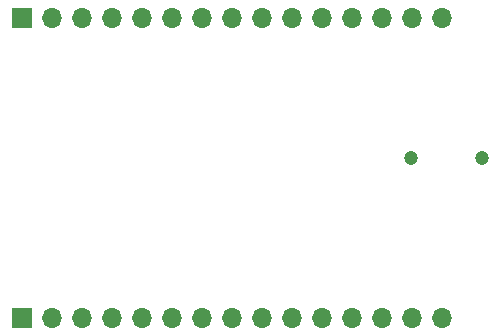
<source format=gbr>
%TF.GenerationSoftware,KiCad,Pcbnew,7.0.9*%
%TF.CreationDate,2023-12-17T12:43:31-08:00*%
%TF.ProjectId,bt_aux,62745f61-7578-42e6-9b69-6361645f7063,rev?*%
%TF.SameCoordinates,Original*%
%TF.FileFunction,Soldermask,Bot*%
%TF.FilePolarity,Negative*%
%FSLAX46Y46*%
G04 Gerber Fmt 4.6, Leading zero omitted, Abs format (unit mm)*
G04 Created by KiCad (PCBNEW 7.0.9) date 2023-12-17 12:43:31*
%MOMM*%
%LPD*%
G01*
G04 APERTURE LIST*
%ADD10C,1.200000*%
%ADD11R,1.700000X1.700000*%
%ADD12O,1.700000X1.700000*%
G04 APERTURE END LIST*
D10*
%TO.C,J3*%
X166692000Y-103310000D03*
X160692000Y-103310000D03*
%TD*%
D11*
%TO.C,J1*%
X127762000Y-116840000D03*
D12*
X130302000Y-116840000D03*
X132842000Y-116840000D03*
X135382000Y-116840000D03*
X137922000Y-116840000D03*
X140462000Y-116840000D03*
X143002000Y-116840000D03*
X145542000Y-116840000D03*
X148082000Y-116840000D03*
X150622000Y-116840000D03*
X153162000Y-116840000D03*
X155702000Y-116840000D03*
X158242000Y-116840000D03*
X160782000Y-116840000D03*
X163322000Y-116840000D03*
%TD*%
D11*
%TO.C,J2*%
X127762000Y-91440000D03*
D12*
X130302000Y-91440000D03*
X132842000Y-91440000D03*
X135382000Y-91440000D03*
X137922000Y-91440000D03*
X140462000Y-91440000D03*
X143002000Y-91440000D03*
X145542000Y-91440000D03*
X148082000Y-91440000D03*
X150622000Y-91440000D03*
X153162000Y-91440000D03*
X155702000Y-91440000D03*
X158242000Y-91440000D03*
X160782000Y-91440000D03*
X163322000Y-91440000D03*
%TD*%
M02*

</source>
